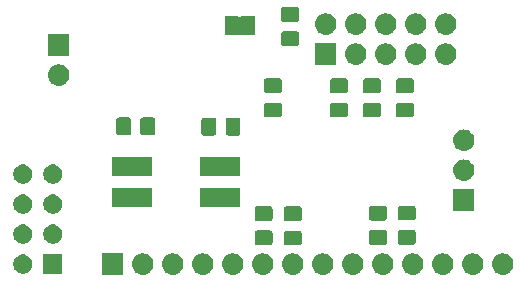
<source format=gbr>
G04 #@! TF.GenerationSoftware,KiCad,Pcbnew,5.1.2-f72e74a~84~ubuntu18.04.1*
G04 #@! TF.CreationDate,2019-07-06T11:59:09+02:00*
G04 #@! TF.ProjectId,loponode,6c6f706f-6e6f-4646-952e-6b696361645f,rev?*
G04 #@! TF.SameCoordinates,Original*
G04 #@! TF.FileFunction,Soldermask,Bot*
G04 #@! TF.FilePolarity,Negative*
%FSLAX46Y46*%
G04 Gerber Fmt 4.6, Leading zero omitted, Abs format (unit mm)*
G04 Created by KiCad (PCBNEW 5.1.2-f72e74a~84~ubuntu18.04.1) date 2019-07-06 11:59:09*
%MOMM*%
%LPD*%
G04 APERTURE LIST*
%ADD10C,0.100000*%
G04 APERTURE END LIST*
D10*
G36*
X122821000Y-145681000D02*
G01*
X121019000Y-145681000D01*
X121019000Y-143879000D01*
X122821000Y-143879000D01*
X122821000Y-145681000D01*
X122821000Y-145681000D01*
G37*
G36*
X152510443Y-143885519D02*
G01*
X152576627Y-143892037D01*
X152746466Y-143943557D01*
X152902991Y-144027222D01*
X152938729Y-144056552D01*
X153040186Y-144139814D01*
X153123448Y-144241271D01*
X153152778Y-144277009D01*
X153236443Y-144433534D01*
X153287963Y-144603373D01*
X153305359Y-144780000D01*
X153287963Y-144956627D01*
X153236443Y-145126466D01*
X153152778Y-145282991D01*
X153140251Y-145298255D01*
X153040186Y-145420186D01*
X152942357Y-145500471D01*
X152902991Y-145532778D01*
X152746466Y-145616443D01*
X152576627Y-145667963D01*
X152510443Y-145674481D01*
X152444260Y-145681000D01*
X152355740Y-145681000D01*
X152289557Y-145674481D01*
X152223373Y-145667963D01*
X152053534Y-145616443D01*
X151897009Y-145532778D01*
X151857643Y-145500471D01*
X151759814Y-145420186D01*
X151659749Y-145298255D01*
X151647222Y-145282991D01*
X151563557Y-145126466D01*
X151512037Y-144956627D01*
X151494641Y-144780000D01*
X151512037Y-144603373D01*
X151563557Y-144433534D01*
X151647222Y-144277009D01*
X151676552Y-144241271D01*
X151759814Y-144139814D01*
X151861271Y-144056552D01*
X151897009Y-144027222D01*
X152053534Y-143943557D01*
X152223373Y-143892037D01*
X152289557Y-143885519D01*
X152355740Y-143879000D01*
X152444260Y-143879000D01*
X152510443Y-143885519D01*
X152510443Y-143885519D01*
G37*
G36*
X155050443Y-143885519D02*
G01*
X155116627Y-143892037D01*
X155286466Y-143943557D01*
X155442991Y-144027222D01*
X155478729Y-144056552D01*
X155580186Y-144139814D01*
X155663448Y-144241271D01*
X155692778Y-144277009D01*
X155776443Y-144433534D01*
X155827963Y-144603373D01*
X155845359Y-144780000D01*
X155827963Y-144956627D01*
X155776443Y-145126466D01*
X155692778Y-145282991D01*
X155680251Y-145298255D01*
X155580186Y-145420186D01*
X155482357Y-145500471D01*
X155442991Y-145532778D01*
X155286466Y-145616443D01*
X155116627Y-145667963D01*
X155050443Y-145674481D01*
X154984260Y-145681000D01*
X154895740Y-145681000D01*
X154829557Y-145674481D01*
X154763373Y-145667963D01*
X154593534Y-145616443D01*
X154437009Y-145532778D01*
X154397643Y-145500471D01*
X154299814Y-145420186D01*
X154199749Y-145298255D01*
X154187222Y-145282991D01*
X154103557Y-145126466D01*
X154052037Y-144956627D01*
X154034641Y-144780000D01*
X154052037Y-144603373D01*
X154103557Y-144433534D01*
X154187222Y-144277009D01*
X154216552Y-144241271D01*
X154299814Y-144139814D01*
X154401271Y-144056552D01*
X154437009Y-144027222D01*
X154593534Y-143943557D01*
X154763373Y-143892037D01*
X154829557Y-143885519D01*
X154895740Y-143879000D01*
X154984260Y-143879000D01*
X155050443Y-143885519D01*
X155050443Y-143885519D01*
G37*
G36*
X149970443Y-143885519D02*
G01*
X150036627Y-143892037D01*
X150206466Y-143943557D01*
X150362991Y-144027222D01*
X150398729Y-144056552D01*
X150500186Y-144139814D01*
X150583448Y-144241271D01*
X150612778Y-144277009D01*
X150696443Y-144433534D01*
X150747963Y-144603373D01*
X150765359Y-144780000D01*
X150747963Y-144956627D01*
X150696443Y-145126466D01*
X150612778Y-145282991D01*
X150600251Y-145298255D01*
X150500186Y-145420186D01*
X150402357Y-145500471D01*
X150362991Y-145532778D01*
X150206466Y-145616443D01*
X150036627Y-145667963D01*
X149970443Y-145674481D01*
X149904260Y-145681000D01*
X149815740Y-145681000D01*
X149749557Y-145674481D01*
X149683373Y-145667963D01*
X149513534Y-145616443D01*
X149357009Y-145532778D01*
X149317643Y-145500471D01*
X149219814Y-145420186D01*
X149119749Y-145298255D01*
X149107222Y-145282991D01*
X149023557Y-145126466D01*
X148972037Y-144956627D01*
X148954641Y-144780000D01*
X148972037Y-144603373D01*
X149023557Y-144433534D01*
X149107222Y-144277009D01*
X149136552Y-144241271D01*
X149219814Y-144139814D01*
X149321271Y-144056552D01*
X149357009Y-144027222D01*
X149513534Y-143943557D01*
X149683373Y-143892037D01*
X149749557Y-143885519D01*
X149815740Y-143879000D01*
X149904260Y-143879000D01*
X149970443Y-143885519D01*
X149970443Y-143885519D01*
G37*
G36*
X147430443Y-143885519D02*
G01*
X147496627Y-143892037D01*
X147666466Y-143943557D01*
X147822991Y-144027222D01*
X147858729Y-144056552D01*
X147960186Y-144139814D01*
X148043448Y-144241271D01*
X148072778Y-144277009D01*
X148156443Y-144433534D01*
X148207963Y-144603373D01*
X148225359Y-144780000D01*
X148207963Y-144956627D01*
X148156443Y-145126466D01*
X148072778Y-145282991D01*
X148060251Y-145298255D01*
X147960186Y-145420186D01*
X147862357Y-145500471D01*
X147822991Y-145532778D01*
X147666466Y-145616443D01*
X147496627Y-145667963D01*
X147430443Y-145674481D01*
X147364260Y-145681000D01*
X147275740Y-145681000D01*
X147209557Y-145674481D01*
X147143373Y-145667963D01*
X146973534Y-145616443D01*
X146817009Y-145532778D01*
X146777643Y-145500471D01*
X146679814Y-145420186D01*
X146579749Y-145298255D01*
X146567222Y-145282991D01*
X146483557Y-145126466D01*
X146432037Y-144956627D01*
X146414641Y-144780000D01*
X146432037Y-144603373D01*
X146483557Y-144433534D01*
X146567222Y-144277009D01*
X146596552Y-144241271D01*
X146679814Y-144139814D01*
X146781271Y-144056552D01*
X146817009Y-144027222D01*
X146973534Y-143943557D01*
X147143373Y-143892037D01*
X147209557Y-143885519D01*
X147275740Y-143879000D01*
X147364260Y-143879000D01*
X147430443Y-143885519D01*
X147430443Y-143885519D01*
G37*
G36*
X144890443Y-143885519D02*
G01*
X144956627Y-143892037D01*
X145126466Y-143943557D01*
X145282991Y-144027222D01*
X145318729Y-144056552D01*
X145420186Y-144139814D01*
X145503448Y-144241271D01*
X145532778Y-144277009D01*
X145616443Y-144433534D01*
X145667963Y-144603373D01*
X145685359Y-144780000D01*
X145667963Y-144956627D01*
X145616443Y-145126466D01*
X145532778Y-145282991D01*
X145520251Y-145298255D01*
X145420186Y-145420186D01*
X145322357Y-145500471D01*
X145282991Y-145532778D01*
X145126466Y-145616443D01*
X144956627Y-145667963D01*
X144890443Y-145674481D01*
X144824260Y-145681000D01*
X144735740Y-145681000D01*
X144669557Y-145674481D01*
X144603373Y-145667963D01*
X144433534Y-145616443D01*
X144277009Y-145532778D01*
X144237643Y-145500471D01*
X144139814Y-145420186D01*
X144039749Y-145298255D01*
X144027222Y-145282991D01*
X143943557Y-145126466D01*
X143892037Y-144956627D01*
X143874641Y-144780000D01*
X143892037Y-144603373D01*
X143943557Y-144433534D01*
X144027222Y-144277009D01*
X144056552Y-144241271D01*
X144139814Y-144139814D01*
X144241271Y-144056552D01*
X144277009Y-144027222D01*
X144433534Y-143943557D01*
X144603373Y-143892037D01*
X144669557Y-143885519D01*
X144735740Y-143879000D01*
X144824260Y-143879000D01*
X144890443Y-143885519D01*
X144890443Y-143885519D01*
G37*
G36*
X142350443Y-143885519D02*
G01*
X142416627Y-143892037D01*
X142586466Y-143943557D01*
X142742991Y-144027222D01*
X142778729Y-144056552D01*
X142880186Y-144139814D01*
X142963448Y-144241271D01*
X142992778Y-144277009D01*
X143076443Y-144433534D01*
X143127963Y-144603373D01*
X143145359Y-144780000D01*
X143127963Y-144956627D01*
X143076443Y-145126466D01*
X142992778Y-145282991D01*
X142980251Y-145298255D01*
X142880186Y-145420186D01*
X142782357Y-145500471D01*
X142742991Y-145532778D01*
X142586466Y-145616443D01*
X142416627Y-145667963D01*
X142350443Y-145674481D01*
X142284260Y-145681000D01*
X142195740Y-145681000D01*
X142129557Y-145674481D01*
X142063373Y-145667963D01*
X141893534Y-145616443D01*
X141737009Y-145532778D01*
X141697643Y-145500471D01*
X141599814Y-145420186D01*
X141499749Y-145298255D01*
X141487222Y-145282991D01*
X141403557Y-145126466D01*
X141352037Y-144956627D01*
X141334641Y-144780000D01*
X141352037Y-144603373D01*
X141403557Y-144433534D01*
X141487222Y-144277009D01*
X141516552Y-144241271D01*
X141599814Y-144139814D01*
X141701271Y-144056552D01*
X141737009Y-144027222D01*
X141893534Y-143943557D01*
X142063373Y-143892037D01*
X142129557Y-143885519D01*
X142195740Y-143879000D01*
X142284260Y-143879000D01*
X142350443Y-143885519D01*
X142350443Y-143885519D01*
G37*
G36*
X139810443Y-143885519D02*
G01*
X139876627Y-143892037D01*
X140046466Y-143943557D01*
X140202991Y-144027222D01*
X140238729Y-144056552D01*
X140340186Y-144139814D01*
X140423448Y-144241271D01*
X140452778Y-144277009D01*
X140536443Y-144433534D01*
X140587963Y-144603373D01*
X140605359Y-144780000D01*
X140587963Y-144956627D01*
X140536443Y-145126466D01*
X140452778Y-145282991D01*
X140440251Y-145298255D01*
X140340186Y-145420186D01*
X140242357Y-145500471D01*
X140202991Y-145532778D01*
X140046466Y-145616443D01*
X139876627Y-145667963D01*
X139810443Y-145674481D01*
X139744260Y-145681000D01*
X139655740Y-145681000D01*
X139589557Y-145674481D01*
X139523373Y-145667963D01*
X139353534Y-145616443D01*
X139197009Y-145532778D01*
X139157643Y-145500471D01*
X139059814Y-145420186D01*
X138959749Y-145298255D01*
X138947222Y-145282991D01*
X138863557Y-145126466D01*
X138812037Y-144956627D01*
X138794641Y-144780000D01*
X138812037Y-144603373D01*
X138863557Y-144433534D01*
X138947222Y-144277009D01*
X138976552Y-144241271D01*
X139059814Y-144139814D01*
X139161271Y-144056552D01*
X139197009Y-144027222D01*
X139353534Y-143943557D01*
X139523373Y-143892037D01*
X139589557Y-143885519D01*
X139655740Y-143879000D01*
X139744260Y-143879000D01*
X139810443Y-143885519D01*
X139810443Y-143885519D01*
G37*
G36*
X134730443Y-143885519D02*
G01*
X134796627Y-143892037D01*
X134966466Y-143943557D01*
X135122991Y-144027222D01*
X135158729Y-144056552D01*
X135260186Y-144139814D01*
X135343448Y-144241271D01*
X135372778Y-144277009D01*
X135456443Y-144433534D01*
X135507963Y-144603373D01*
X135525359Y-144780000D01*
X135507963Y-144956627D01*
X135456443Y-145126466D01*
X135372778Y-145282991D01*
X135360251Y-145298255D01*
X135260186Y-145420186D01*
X135162357Y-145500471D01*
X135122991Y-145532778D01*
X134966466Y-145616443D01*
X134796627Y-145667963D01*
X134730443Y-145674481D01*
X134664260Y-145681000D01*
X134575740Y-145681000D01*
X134509557Y-145674481D01*
X134443373Y-145667963D01*
X134273534Y-145616443D01*
X134117009Y-145532778D01*
X134077643Y-145500471D01*
X133979814Y-145420186D01*
X133879749Y-145298255D01*
X133867222Y-145282991D01*
X133783557Y-145126466D01*
X133732037Y-144956627D01*
X133714641Y-144780000D01*
X133732037Y-144603373D01*
X133783557Y-144433534D01*
X133867222Y-144277009D01*
X133896552Y-144241271D01*
X133979814Y-144139814D01*
X134081271Y-144056552D01*
X134117009Y-144027222D01*
X134273534Y-143943557D01*
X134443373Y-143892037D01*
X134509557Y-143885519D01*
X134575740Y-143879000D01*
X134664260Y-143879000D01*
X134730443Y-143885519D01*
X134730443Y-143885519D01*
G37*
G36*
X132190443Y-143885519D02*
G01*
X132256627Y-143892037D01*
X132426466Y-143943557D01*
X132582991Y-144027222D01*
X132618729Y-144056552D01*
X132720186Y-144139814D01*
X132803448Y-144241271D01*
X132832778Y-144277009D01*
X132916443Y-144433534D01*
X132967963Y-144603373D01*
X132985359Y-144780000D01*
X132967963Y-144956627D01*
X132916443Y-145126466D01*
X132832778Y-145282991D01*
X132820251Y-145298255D01*
X132720186Y-145420186D01*
X132622357Y-145500471D01*
X132582991Y-145532778D01*
X132426466Y-145616443D01*
X132256627Y-145667963D01*
X132190443Y-145674481D01*
X132124260Y-145681000D01*
X132035740Y-145681000D01*
X131969557Y-145674481D01*
X131903373Y-145667963D01*
X131733534Y-145616443D01*
X131577009Y-145532778D01*
X131537643Y-145500471D01*
X131439814Y-145420186D01*
X131339749Y-145298255D01*
X131327222Y-145282991D01*
X131243557Y-145126466D01*
X131192037Y-144956627D01*
X131174641Y-144780000D01*
X131192037Y-144603373D01*
X131243557Y-144433534D01*
X131327222Y-144277009D01*
X131356552Y-144241271D01*
X131439814Y-144139814D01*
X131541271Y-144056552D01*
X131577009Y-144027222D01*
X131733534Y-143943557D01*
X131903373Y-143892037D01*
X131969557Y-143885519D01*
X132035740Y-143879000D01*
X132124260Y-143879000D01*
X132190443Y-143885519D01*
X132190443Y-143885519D01*
G37*
G36*
X129650443Y-143885519D02*
G01*
X129716627Y-143892037D01*
X129886466Y-143943557D01*
X130042991Y-144027222D01*
X130078729Y-144056552D01*
X130180186Y-144139814D01*
X130263448Y-144241271D01*
X130292778Y-144277009D01*
X130376443Y-144433534D01*
X130427963Y-144603373D01*
X130445359Y-144780000D01*
X130427963Y-144956627D01*
X130376443Y-145126466D01*
X130292778Y-145282991D01*
X130280251Y-145298255D01*
X130180186Y-145420186D01*
X130082357Y-145500471D01*
X130042991Y-145532778D01*
X129886466Y-145616443D01*
X129716627Y-145667963D01*
X129650443Y-145674481D01*
X129584260Y-145681000D01*
X129495740Y-145681000D01*
X129429557Y-145674481D01*
X129363373Y-145667963D01*
X129193534Y-145616443D01*
X129037009Y-145532778D01*
X128997643Y-145500471D01*
X128899814Y-145420186D01*
X128799749Y-145298255D01*
X128787222Y-145282991D01*
X128703557Y-145126466D01*
X128652037Y-144956627D01*
X128634641Y-144780000D01*
X128652037Y-144603373D01*
X128703557Y-144433534D01*
X128787222Y-144277009D01*
X128816552Y-144241271D01*
X128899814Y-144139814D01*
X129001271Y-144056552D01*
X129037009Y-144027222D01*
X129193534Y-143943557D01*
X129363373Y-143892037D01*
X129429557Y-143885519D01*
X129495740Y-143879000D01*
X129584260Y-143879000D01*
X129650443Y-143885519D01*
X129650443Y-143885519D01*
G37*
G36*
X127110443Y-143885519D02*
G01*
X127176627Y-143892037D01*
X127346466Y-143943557D01*
X127502991Y-144027222D01*
X127538729Y-144056552D01*
X127640186Y-144139814D01*
X127723448Y-144241271D01*
X127752778Y-144277009D01*
X127836443Y-144433534D01*
X127887963Y-144603373D01*
X127905359Y-144780000D01*
X127887963Y-144956627D01*
X127836443Y-145126466D01*
X127752778Y-145282991D01*
X127740251Y-145298255D01*
X127640186Y-145420186D01*
X127542357Y-145500471D01*
X127502991Y-145532778D01*
X127346466Y-145616443D01*
X127176627Y-145667963D01*
X127110443Y-145674481D01*
X127044260Y-145681000D01*
X126955740Y-145681000D01*
X126889557Y-145674481D01*
X126823373Y-145667963D01*
X126653534Y-145616443D01*
X126497009Y-145532778D01*
X126457643Y-145500471D01*
X126359814Y-145420186D01*
X126259749Y-145298255D01*
X126247222Y-145282991D01*
X126163557Y-145126466D01*
X126112037Y-144956627D01*
X126094641Y-144780000D01*
X126112037Y-144603373D01*
X126163557Y-144433534D01*
X126247222Y-144277009D01*
X126276552Y-144241271D01*
X126359814Y-144139814D01*
X126461271Y-144056552D01*
X126497009Y-144027222D01*
X126653534Y-143943557D01*
X126823373Y-143892037D01*
X126889557Y-143885519D01*
X126955740Y-143879000D01*
X127044260Y-143879000D01*
X127110443Y-143885519D01*
X127110443Y-143885519D01*
G37*
G36*
X124570443Y-143885519D02*
G01*
X124636627Y-143892037D01*
X124806466Y-143943557D01*
X124962991Y-144027222D01*
X124998729Y-144056552D01*
X125100186Y-144139814D01*
X125183448Y-144241271D01*
X125212778Y-144277009D01*
X125296443Y-144433534D01*
X125347963Y-144603373D01*
X125365359Y-144780000D01*
X125347963Y-144956627D01*
X125296443Y-145126466D01*
X125212778Y-145282991D01*
X125200251Y-145298255D01*
X125100186Y-145420186D01*
X125002357Y-145500471D01*
X124962991Y-145532778D01*
X124806466Y-145616443D01*
X124636627Y-145667963D01*
X124570443Y-145674481D01*
X124504260Y-145681000D01*
X124415740Y-145681000D01*
X124349557Y-145674481D01*
X124283373Y-145667963D01*
X124113534Y-145616443D01*
X123957009Y-145532778D01*
X123917643Y-145500471D01*
X123819814Y-145420186D01*
X123719749Y-145298255D01*
X123707222Y-145282991D01*
X123623557Y-145126466D01*
X123572037Y-144956627D01*
X123554641Y-144780000D01*
X123572037Y-144603373D01*
X123623557Y-144433534D01*
X123707222Y-144277009D01*
X123736552Y-144241271D01*
X123819814Y-144139814D01*
X123921271Y-144056552D01*
X123957009Y-144027222D01*
X124113534Y-143943557D01*
X124283373Y-143892037D01*
X124349557Y-143885519D01*
X124415740Y-143879000D01*
X124504260Y-143879000D01*
X124570443Y-143885519D01*
X124570443Y-143885519D01*
G37*
G36*
X137270443Y-143885519D02*
G01*
X137336627Y-143892037D01*
X137506466Y-143943557D01*
X137662991Y-144027222D01*
X137698729Y-144056552D01*
X137800186Y-144139814D01*
X137883448Y-144241271D01*
X137912778Y-144277009D01*
X137996443Y-144433534D01*
X138047963Y-144603373D01*
X138065359Y-144780000D01*
X138047963Y-144956627D01*
X137996443Y-145126466D01*
X137912778Y-145282991D01*
X137900251Y-145298255D01*
X137800186Y-145420186D01*
X137702357Y-145500471D01*
X137662991Y-145532778D01*
X137506466Y-145616443D01*
X137336627Y-145667963D01*
X137270443Y-145674481D01*
X137204260Y-145681000D01*
X137115740Y-145681000D01*
X137049557Y-145674481D01*
X136983373Y-145667963D01*
X136813534Y-145616443D01*
X136657009Y-145532778D01*
X136617643Y-145500471D01*
X136519814Y-145420186D01*
X136419749Y-145298255D01*
X136407222Y-145282991D01*
X136323557Y-145126466D01*
X136272037Y-144956627D01*
X136254641Y-144780000D01*
X136272037Y-144603373D01*
X136323557Y-144433534D01*
X136407222Y-144277009D01*
X136436552Y-144241271D01*
X136519814Y-144139814D01*
X136621271Y-144056552D01*
X136657009Y-144027222D01*
X136813534Y-143943557D01*
X136983373Y-143892037D01*
X137049557Y-143885519D01*
X137115740Y-143879000D01*
X137204260Y-143879000D01*
X137270443Y-143885519D01*
X137270443Y-143885519D01*
G37*
G36*
X114537142Y-143998242D02*
G01*
X114685101Y-144059529D01*
X114818255Y-144148499D01*
X114931501Y-144261745D01*
X115020471Y-144394899D01*
X115081758Y-144542858D01*
X115113000Y-144699925D01*
X115113000Y-144860075D01*
X115081758Y-145017142D01*
X115020471Y-145165101D01*
X114931501Y-145298255D01*
X114818255Y-145411501D01*
X114685101Y-145500471D01*
X114537142Y-145561758D01*
X114380075Y-145593000D01*
X114219925Y-145593000D01*
X114062858Y-145561758D01*
X113914899Y-145500471D01*
X113781745Y-145411501D01*
X113668499Y-145298255D01*
X113579529Y-145165101D01*
X113518242Y-145017142D01*
X113487000Y-144860075D01*
X113487000Y-144699925D01*
X113518242Y-144542858D01*
X113579529Y-144394899D01*
X113668499Y-144261745D01*
X113781745Y-144148499D01*
X113914899Y-144059529D01*
X114062858Y-143998242D01*
X114219925Y-143967000D01*
X114380075Y-143967000D01*
X114537142Y-143998242D01*
X114537142Y-143998242D01*
G37*
G36*
X117653000Y-145593000D02*
G01*
X116027000Y-145593000D01*
X116027000Y-143967000D01*
X117653000Y-143967000D01*
X117653000Y-145593000D01*
X117653000Y-145593000D01*
G37*
G36*
X137748674Y-141957665D02*
G01*
X137786367Y-141969099D01*
X137821103Y-141987666D01*
X137851548Y-142012652D01*
X137876534Y-142043097D01*
X137895101Y-142077833D01*
X137906535Y-142115526D01*
X137911000Y-142160861D01*
X137911000Y-142997539D01*
X137906535Y-143042874D01*
X137895101Y-143080567D01*
X137876534Y-143115303D01*
X137851548Y-143145748D01*
X137821103Y-143170734D01*
X137786367Y-143189301D01*
X137748674Y-143200735D01*
X137703339Y-143205200D01*
X136616661Y-143205200D01*
X136571326Y-143200735D01*
X136533633Y-143189301D01*
X136498897Y-143170734D01*
X136468452Y-143145748D01*
X136443466Y-143115303D01*
X136424899Y-143080567D01*
X136413465Y-143042874D01*
X136409000Y-142997539D01*
X136409000Y-142160861D01*
X136413465Y-142115526D01*
X136424899Y-142077833D01*
X136443466Y-142043097D01*
X136468452Y-142012652D01*
X136498897Y-141987666D01*
X136533633Y-141969099D01*
X136571326Y-141957665D01*
X136616661Y-141953200D01*
X137703339Y-141953200D01*
X137748674Y-141957665D01*
X137748674Y-141957665D01*
G37*
G36*
X135284874Y-141941265D02*
G01*
X135322567Y-141952699D01*
X135357303Y-141971266D01*
X135387748Y-141996252D01*
X135412734Y-142026697D01*
X135431301Y-142061433D01*
X135442735Y-142099126D01*
X135447200Y-142144461D01*
X135447200Y-142981139D01*
X135442735Y-143026474D01*
X135431301Y-143064167D01*
X135412734Y-143098903D01*
X135387748Y-143129348D01*
X135357303Y-143154334D01*
X135322567Y-143172901D01*
X135284874Y-143184335D01*
X135239539Y-143188800D01*
X134152861Y-143188800D01*
X134107526Y-143184335D01*
X134069833Y-143172901D01*
X134035097Y-143154334D01*
X134004652Y-143129348D01*
X133979666Y-143098903D01*
X133961099Y-143064167D01*
X133949665Y-143026474D01*
X133945200Y-142981139D01*
X133945200Y-142144461D01*
X133949665Y-142099126D01*
X133961099Y-142061433D01*
X133979666Y-142026697D01*
X134004652Y-141996252D01*
X134035097Y-141971266D01*
X134069833Y-141952699D01*
X134107526Y-141941265D01*
X134152861Y-141936800D01*
X135239539Y-141936800D01*
X135284874Y-141941265D01*
X135284874Y-141941265D01*
G37*
G36*
X144962274Y-141897865D02*
G01*
X144999967Y-141909299D01*
X145034703Y-141927866D01*
X145065148Y-141952852D01*
X145090134Y-141983297D01*
X145108701Y-142018033D01*
X145120135Y-142055726D01*
X145124600Y-142101061D01*
X145124600Y-142937739D01*
X145120135Y-142983074D01*
X145108701Y-143020767D01*
X145090134Y-143055503D01*
X145065148Y-143085948D01*
X145034703Y-143110934D01*
X144999967Y-143129501D01*
X144962274Y-143140935D01*
X144916939Y-143145400D01*
X143830261Y-143145400D01*
X143784926Y-143140935D01*
X143747233Y-143129501D01*
X143712497Y-143110934D01*
X143682052Y-143085948D01*
X143657066Y-143055503D01*
X143638499Y-143020767D01*
X143627065Y-142983074D01*
X143622600Y-142937739D01*
X143622600Y-142101061D01*
X143627065Y-142055726D01*
X143638499Y-142018033D01*
X143657066Y-141983297D01*
X143682052Y-141952852D01*
X143712497Y-141927866D01*
X143747233Y-141909299D01*
X143784926Y-141897865D01*
X143830261Y-141893400D01*
X144916939Y-141893400D01*
X144962274Y-141897865D01*
X144962274Y-141897865D01*
G37*
G36*
X147400674Y-141890465D02*
G01*
X147438367Y-141901899D01*
X147473103Y-141920466D01*
X147503548Y-141945452D01*
X147528534Y-141975897D01*
X147547101Y-142010633D01*
X147558535Y-142048326D01*
X147563000Y-142093661D01*
X147563000Y-142930339D01*
X147558535Y-142975674D01*
X147547101Y-143013367D01*
X147528534Y-143048103D01*
X147503548Y-143078548D01*
X147473103Y-143103534D01*
X147438367Y-143122101D01*
X147400674Y-143133535D01*
X147355339Y-143138000D01*
X146268661Y-143138000D01*
X146223326Y-143133535D01*
X146185633Y-143122101D01*
X146150897Y-143103534D01*
X146120452Y-143078548D01*
X146095466Y-143048103D01*
X146076899Y-143013367D01*
X146065465Y-142975674D01*
X146061000Y-142930339D01*
X146061000Y-142093661D01*
X146065465Y-142048326D01*
X146076899Y-142010633D01*
X146095466Y-141975897D01*
X146120452Y-141945452D01*
X146150897Y-141920466D01*
X146185633Y-141901899D01*
X146223326Y-141890465D01*
X146268661Y-141886000D01*
X147355339Y-141886000D01*
X147400674Y-141890465D01*
X147400674Y-141890465D01*
G37*
G36*
X117077142Y-141458242D02*
G01*
X117225101Y-141519529D01*
X117358255Y-141608499D01*
X117471501Y-141721745D01*
X117560471Y-141854899D01*
X117621758Y-142002858D01*
X117653000Y-142159925D01*
X117653000Y-142320075D01*
X117621758Y-142477142D01*
X117560471Y-142625101D01*
X117471501Y-142758255D01*
X117358255Y-142871501D01*
X117225101Y-142960471D01*
X117077142Y-143021758D01*
X116920075Y-143053000D01*
X116759925Y-143053000D01*
X116602858Y-143021758D01*
X116454899Y-142960471D01*
X116321745Y-142871501D01*
X116208499Y-142758255D01*
X116119529Y-142625101D01*
X116058242Y-142477142D01*
X116027000Y-142320075D01*
X116027000Y-142159925D01*
X116058242Y-142002858D01*
X116119529Y-141854899D01*
X116208499Y-141721745D01*
X116321745Y-141608499D01*
X116454899Y-141519529D01*
X116602858Y-141458242D01*
X116759925Y-141427000D01*
X116920075Y-141427000D01*
X117077142Y-141458242D01*
X117077142Y-141458242D01*
G37*
G36*
X114537142Y-141458242D02*
G01*
X114685101Y-141519529D01*
X114818255Y-141608499D01*
X114931501Y-141721745D01*
X115020471Y-141854899D01*
X115081758Y-142002858D01*
X115113000Y-142159925D01*
X115113000Y-142320075D01*
X115081758Y-142477142D01*
X115020471Y-142625101D01*
X114931501Y-142758255D01*
X114818255Y-142871501D01*
X114685101Y-142960471D01*
X114537142Y-143021758D01*
X114380075Y-143053000D01*
X114219925Y-143053000D01*
X114062858Y-143021758D01*
X113914899Y-142960471D01*
X113781745Y-142871501D01*
X113668499Y-142758255D01*
X113579529Y-142625101D01*
X113518242Y-142477142D01*
X113487000Y-142320075D01*
X113487000Y-142159925D01*
X113518242Y-142002858D01*
X113579529Y-141854899D01*
X113668499Y-141721745D01*
X113781745Y-141608499D01*
X113914899Y-141519529D01*
X114062858Y-141458242D01*
X114219925Y-141427000D01*
X114380075Y-141427000D01*
X114537142Y-141458242D01*
X114537142Y-141458242D01*
G37*
G36*
X137748674Y-139907665D02*
G01*
X137786367Y-139919099D01*
X137821103Y-139937666D01*
X137851548Y-139962652D01*
X137876534Y-139993097D01*
X137895101Y-140027833D01*
X137906535Y-140065526D01*
X137911000Y-140110861D01*
X137911000Y-140947539D01*
X137906535Y-140992874D01*
X137895101Y-141030567D01*
X137876534Y-141065303D01*
X137851548Y-141095748D01*
X137821103Y-141120734D01*
X137786367Y-141139301D01*
X137748674Y-141150735D01*
X137703339Y-141155200D01*
X136616661Y-141155200D01*
X136571326Y-141150735D01*
X136533633Y-141139301D01*
X136498897Y-141120734D01*
X136468452Y-141095748D01*
X136443466Y-141065303D01*
X136424899Y-141030567D01*
X136413465Y-140992874D01*
X136409000Y-140947539D01*
X136409000Y-140110861D01*
X136413465Y-140065526D01*
X136424899Y-140027833D01*
X136443466Y-139993097D01*
X136468452Y-139962652D01*
X136498897Y-139937666D01*
X136533633Y-139919099D01*
X136571326Y-139907665D01*
X136616661Y-139903200D01*
X137703339Y-139903200D01*
X137748674Y-139907665D01*
X137748674Y-139907665D01*
G37*
G36*
X135284874Y-139891265D02*
G01*
X135322567Y-139902699D01*
X135357303Y-139921266D01*
X135387748Y-139946252D01*
X135412734Y-139976697D01*
X135431301Y-140011433D01*
X135442735Y-140049126D01*
X135447200Y-140094461D01*
X135447200Y-140931139D01*
X135442735Y-140976474D01*
X135431301Y-141014167D01*
X135412734Y-141048903D01*
X135387748Y-141079348D01*
X135357303Y-141104334D01*
X135322567Y-141122901D01*
X135284874Y-141134335D01*
X135239539Y-141138800D01*
X134152861Y-141138800D01*
X134107526Y-141134335D01*
X134069833Y-141122901D01*
X134035097Y-141104334D01*
X134004652Y-141079348D01*
X133979666Y-141048903D01*
X133961099Y-141014167D01*
X133949665Y-140976474D01*
X133945200Y-140931139D01*
X133945200Y-140094461D01*
X133949665Y-140049126D01*
X133961099Y-140011433D01*
X133979666Y-139976697D01*
X134004652Y-139946252D01*
X134035097Y-139921266D01*
X134069833Y-139902699D01*
X134107526Y-139891265D01*
X134152861Y-139886800D01*
X135239539Y-139886800D01*
X135284874Y-139891265D01*
X135284874Y-139891265D01*
G37*
G36*
X144962274Y-139847865D02*
G01*
X144999967Y-139859299D01*
X145034703Y-139877866D01*
X145065148Y-139902852D01*
X145090134Y-139933297D01*
X145108701Y-139968033D01*
X145120135Y-140005726D01*
X145124600Y-140051061D01*
X145124600Y-140887739D01*
X145120135Y-140933074D01*
X145108701Y-140970767D01*
X145090134Y-141005503D01*
X145065148Y-141035948D01*
X145034703Y-141060934D01*
X144999967Y-141079501D01*
X144962274Y-141090935D01*
X144916939Y-141095400D01*
X143830261Y-141095400D01*
X143784926Y-141090935D01*
X143747233Y-141079501D01*
X143712497Y-141060934D01*
X143682052Y-141035948D01*
X143657066Y-141005503D01*
X143638499Y-140970767D01*
X143627065Y-140933074D01*
X143622600Y-140887739D01*
X143622600Y-140051061D01*
X143627065Y-140005726D01*
X143638499Y-139968033D01*
X143657066Y-139933297D01*
X143682052Y-139902852D01*
X143712497Y-139877866D01*
X143747233Y-139859299D01*
X143784926Y-139847865D01*
X143830261Y-139843400D01*
X144916939Y-139843400D01*
X144962274Y-139847865D01*
X144962274Y-139847865D01*
G37*
G36*
X147400674Y-139840465D02*
G01*
X147438367Y-139851899D01*
X147473103Y-139870466D01*
X147503548Y-139895452D01*
X147528534Y-139925897D01*
X147547101Y-139960633D01*
X147558535Y-139998326D01*
X147563000Y-140043661D01*
X147563000Y-140880339D01*
X147558535Y-140925674D01*
X147547101Y-140963367D01*
X147528534Y-140998103D01*
X147503548Y-141028548D01*
X147473103Y-141053534D01*
X147438367Y-141072101D01*
X147400674Y-141083535D01*
X147355339Y-141088000D01*
X146268661Y-141088000D01*
X146223326Y-141083535D01*
X146185633Y-141072101D01*
X146150897Y-141053534D01*
X146120452Y-141028548D01*
X146095466Y-140998103D01*
X146076899Y-140963367D01*
X146065465Y-140925674D01*
X146061000Y-140880339D01*
X146061000Y-140043661D01*
X146065465Y-139998326D01*
X146076899Y-139960633D01*
X146095466Y-139925897D01*
X146120452Y-139895452D01*
X146150897Y-139870466D01*
X146185633Y-139851899D01*
X146223326Y-139840465D01*
X146268661Y-139836000D01*
X147355339Y-139836000D01*
X147400674Y-139840465D01*
X147400674Y-139840465D01*
G37*
G36*
X117077142Y-138918242D02*
G01*
X117225101Y-138979529D01*
X117358255Y-139068499D01*
X117471501Y-139181745D01*
X117560471Y-139314899D01*
X117621758Y-139462858D01*
X117653000Y-139619925D01*
X117653000Y-139780075D01*
X117621758Y-139937142D01*
X117560471Y-140085101D01*
X117471501Y-140218255D01*
X117358255Y-140331501D01*
X117225101Y-140420471D01*
X117077142Y-140481758D01*
X116920075Y-140513000D01*
X116759925Y-140513000D01*
X116602858Y-140481758D01*
X116454899Y-140420471D01*
X116321745Y-140331501D01*
X116208499Y-140218255D01*
X116119529Y-140085101D01*
X116058242Y-139937142D01*
X116027000Y-139780075D01*
X116027000Y-139619925D01*
X116058242Y-139462858D01*
X116119529Y-139314899D01*
X116208499Y-139181745D01*
X116321745Y-139068499D01*
X116454899Y-138979529D01*
X116602858Y-138918242D01*
X116759925Y-138887000D01*
X116920075Y-138887000D01*
X117077142Y-138918242D01*
X117077142Y-138918242D01*
G37*
G36*
X114537142Y-138918242D02*
G01*
X114685101Y-138979529D01*
X114818255Y-139068499D01*
X114931501Y-139181745D01*
X115020471Y-139314899D01*
X115081758Y-139462858D01*
X115113000Y-139619925D01*
X115113000Y-139780075D01*
X115081758Y-139937142D01*
X115020471Y-140085101D01*
X114931501Y-140218255D01*
X114818255Y-140331501D01*
X114685101Y-140420471D01*
X114537142Y-140481758D01*
X114380075Y-140513000D01*
X114219925Y-140513000D01*
X114062858Y-140481758D01*
X113914899Y-140420471D01*
X113781745Y-140331501D01*
X113668499Y-140218255D01*
X113579529Y-140085101D01*
X113518242Y-139937142D01*
X113487000Y-139780075D01*
X113487000Y-139619925D01*
X113518242Y-139462858D01*
X113579529Y-139314899D01*
X113668499Y-139181745D01*
X113781745Y-139068499D01*
X113914899Y-138979529D01*
X114062858Y-138918242D01*
X114219925Y-138887000D01*
X114380075Y-138887000D01*
X114537142Y-138918242D01*
X114537142Y-138918242D01*
G37*
G36*
X152539000Y-140270800D02*
G01*
X150737000Y-140270800D01*
X150737000Y-138468800D01*
X152539000Y-138468800D01*
X152539000Y-140270800D01*
X152539000Y-140270800D01*
G37*
G36*
X132680400Y-139986800D02*
G01*
X129278400Y-139986800D01*
X129278400Y-138344800D01*
X132680400Y-138344800D01*
X132680400Y-139986800D01*
X132680400Y-139986800D01*
G37*
G36*
X125280400Y-139986800D02*
G01*
X121878400Y-139986800D01*
X121878400Y-138344800D01*
X125280400Y-138344800D01*
X125280400Y-139986800D01*
X125280400Y-139986800D01*
G37*
G36*
X117077142Y-136378242D02*
G01*
X117225101Y-136439529D01*
X117358255Y-136528499D01*
X117471501Y-136641745D01*
X117560471Y-136774899D01*
X117621758Y-136922858D01*
X117653000Y-137079925D01*
X117653000Y-137240075D01*
X117621758Y-137397142D01*
X117560471Y-137545101D01*
X117471501Y-137678255D01*
X117358255Y-137791501D01*
X117225101Y-137880471D01*
X117077142Y-137941758D01*
X116920075Y-137973000D01*
X116759925Y-137973000D01*
X116602858Y-137941758D01*
X116454899Y-137880471D01*
X116321745Y-137791501D01*
X116208499Y-137678255D01*
X116119529Y-137545101D01*
X116058242Y-137397142D01*
X116027000Y-137240075D01*
X116027000Y-137079925D01*
X116058242Y-136922858D01*
X116119529Y-136774899D01*
X116208499Y-136641745D01*
X116321745Y-136528499D01*
X116454899Y-136439529D01*
X116602858Y-136378242D01*
X116759925Y-136347000D01*
X116920075Y-136347000D01*
X117077142Y-136378242D01*
X117077142Y-136378242D01*
G37*
G36*
X114537142Y-136378242D02*
G01*
X114685101Y-136439529D01*
X114818255Y-136528499D01*
X114931501Y-136641745D01*
X115020471Y-136774899D01*
X115081758Y-136922858D01*
X115113000Y-137079925D01*
X115113000Y-137240075D01*
X115081758Y-137397142D01*
X115020471Y-137545101D01*
X114931501Y-137678255D01*
X114818255Y-137791501D01*
X114685101Y-137880471D01*
X114537142Y-137941758D01*
X114380075Y-137973000D01*
X114219925Y-137973000D01*
X114062858Y-137941758D01*
X113914899Y-137880471D01*
X113781745Y-137791501D01*
X113668499Y-137678255D01*
X113579529Y-137545101D01*
X113518242Y-137397142D01*
X113487000Y-137240075D01*
X113487000Y-137079925D01*
X113518242Y-136922858D01*
X113579529Y-136774899D01*
X113668499Y-136641745D01*
X113781745Y-136528499D01*
X113914899Y-136439529D01*
X114062858Y-136378242D01*
X114219925Y-136347000D01*
X114380075Y-136347000D01*
X114537142Y-136378242D01*
X114537142Y-136378242D01*
G37*
G36*
X151748443Y-135935319D02*
G01*
X151814627Y-135941837D01*
X151984466Y-135993357D01*
X152140991Y-136077022D01*
X152176729Y-136106352D01*
X152278186Y-136189614D01*
X152361448Y-136291071D01*
X152390778Y-136326809D01*
X152474443Y-136483334D01*
X152525963Y-136653173D01*
X152543359Y-136829800D01*
X152525963Y-137006427D01*
X152474443Y-137176266D01*
X152390778Y-137332791D01*
X152379281Y-137346800D01*
X152278186Y-137469986D01*
X152186658Y-137545100D01*
X152140991Y-137582578D01*
X151984466Y-137666243D01*
X151814627Y-137717763D01*
X151748442Y-137724282D01*
X151682260Y-137730800D01*
X151593740Y-137730800D01*
X151527558Y-137724282D01*
X151461373Y-137717763D01*
X151291534Y-137666243D01*
X151135009Y-137582578D01*
X151089342Y-137545100D01*
X150997814Y-137469986D01*
X150896719Y-137346800D01*
X150885222Y-137332791D01*
X150801557Y-137176266D01*
X150750037Y-137006427D01*
X150732641Y-136829800D01*
X150750037Y-136653173D01*
X150801557Y-136483334D01*
X150885222Y-136326809D01*
X150914552Y-136291071D01*
X150997814Y-136189614D01*
X151099271Y-136106352D01*
X151135009Y-136077022D01*
X151291534Y-135993357D01*
X151461373Y-135941837D01*
X151527557Y-135935319D01*
X151593740Y-135928800D01*
X151682260Y-135928800D01*
X151748443Y-135935319D01*
X151748443Y-135935319D01*
G37*
G36*
X132680400Y-137346800D02*
G01*
X129278400Y-137346800D01*
X129278400Y-135704800D01*
X132680400Y-135704800D01*
X132680400Y-137346800D01*
X132680400Y-137346800D01*
G37*
G36*
X125280400Y-137346800D02*
G01*
X121878400Y-137346800D01*
X121878400Y-135704800D01*
X125280400Y-135704800D01*
X125280400Y-137346800D01*
X125280400Y-137346800D01*
G37*
G36*
X151748443Y-133395319D02*
G01*
X151814627Y-133401837D01*
X151984466Y-133453357D01*
X152140991Y-133537022D01*
X152176729Y-133566352D01*
X152278186Y-133649614D01*
X152343978Y-133729783D01*
X152390778Y-133786809D01*
X152474443Y-133943334D01*
X152525963Y-134113173D01*
X152543359Y-134289800D01*
X152525963Y-134466427D01*
X152474443Y-134636266D01*
X152390778Y-134792791D01*
X152361448Y-134828529D01*
X152278186Y-134929986D01*
X152176729Y-135013248D01*
X152140991Y-135042578D01*
X151984466Y-135126243D01*
X151814627Y-135177763D01*
X151748442Y-135184282D01*
X151682260Y-135190800D01*
X151593740Y-135190800D01*
X151527558Y-135184282D01*
X151461373Y-135177763D01*
X151291534Y-135126243D01*
X151135009Y-135042578D01*
X151099271Y-135013248D01*
X150997814Y-134929986D01*
X150914552Y-134828529D01*
X150885222Y-134792791D01*
X150801557Y-134636266D01*
X150750037Y-134466427D01*
X150732641Y-134289800D01*
X150750037Y-134113173D01*
X150801557Y-133943334D01*
X150885222Y-133786809D01*
X150932022Y-133729783D01*
X150997814Y-133649614D01*
X151099271Y-133566352D01*
X151135009Y-133537022D01*
X151291534Y-133453357D01*
X151461373Y-133401837D01*
X151527557Y-133395319D01*
X151593740Y-133388800D01*
X151682260Y-133388800D01*
X151748443Y-133395319D01*
X151748443Y-133395319D01*
G37*
G36*
X132569074Y-132400265D02*
G01*
X132606767Y-132411699D01*
X132641503Y-132430266D01*
X132671948Y-132455252D01*
X132696934Y-132485697D01*
X132715501Y-132520433D01*
X132726935Y-132558126D01*
X132731400Y-132603461D01*
X132731400Y-133690139D01*
X132726935Y-133735474D01*
X132715501Y-133773167D01*
X132696934Y-133807903D01*
X132671948Y-133838348D01*
X132641503Y-133863334D01*
X132606767Y-133881901D01*
X132569074Y-133893335D01*
X132523739Y-133897800D01*
X131687061Y-133897800D01*
X131641726Y-133893335D01*
X131604033Y-133881901D01*
X131569297Y-133863334D01*
X131538852Y-133838348D01*
X131513866Y-133807903D01*
X131495299Y-133773167D01*
X131483865Y-133735474D01*
X131479400Y-133690139D01*
X131479400Y-132603461D01*
X131483865Y-132558126D01*
X131495299Y-132520433D01*
X131513866Y-132485697D01*
X131538852Y-132455252D01*
X131569297Y-132430266D01*
X131604033Y-132411699D01*
X131641726Y-132400265D01*
X131687061Y-132395800D01*
X132523739Y-132395800D01*
X132569074Y-132400265D01*
X132569074Y-132400265D01*
G37*
G36*
X130519074Y-132400265D02*
G01*
X130556767Y-132411699D01*
X130591503Y-132430266D01*
X130621948Y-132455252D01*
X130646934Y-132485697D01*
X130665501Y-132520433D01*
X130676935Y-132558126D01*
X130681400Y-132603461D01*
X130681400Y-133690139D01*
X130676935Y-133735474D01*
X130665501Y-133773167D01*
X130646934Y-133807903D01*
X130621948Y-133838348D01*
X130591503Y-133863334D01*
X130556767Y-133881901D01*
X130519074Y-133893335D01*
X130473739Y-133897800D01*
X129637061Y-133897800D01*
X129591726Y-133893335D01*
X129554033Y-133881901D01*
X129519297Y-133863334D01*
X129488852Y-133838348D01*
X129463866Y-133807903D01*
X129445299Y-133773167D01*
X129433865Y-133735474D01*
X129429400Y-133690139D01*
X129429400Y-132603461D01*
X129433865Y-132558126D01*
X129445299Y-132520433D01*
X129463866Y-132485697D01*
X129488852Y-132455252D01*
X129519297Y-132430266D01*
X129554033Y-132411699D01*
X129591726Y-132400265D01*
X129637061Y-132395800D01*
X130473739Y-132395800D01*
X130519074Y-132400265D01*
X130519074Y-132400265D01*
G37*
G36*
X125355474Y-132374865D02*
G01*
X125393167Y-132386299D01*
X125427903Y-132404866D01*
X125458348Y-132429852D01*
X125483334Y-132460297D01*
X125501901Y-132495033D01*
X125513335Y-132532726D01*
X125517800Y-132578061D01*
X125517800Y-133664739D01*
X125513335Y-133710074D01*
X125501901Y-133747767D01*
X125483334Y-133782503D01*
X125458348Y-133812948D01*
X125427903Y-133837934D01*
X125393167Y-133856501D01*
X125355474Y-133867935D01*
X125310139Y-133872400D01*
X124473461Y-133872400D01*
X124428126Y-133867935D01*
X124390433Y-133856501D01*
X124355697Y-133837934D01*
X124325252Y-133812948D01*
X124300266Y-133782503D01*
X124281699Y-133747767D01*
X124270265Y-133710074D01*
X124265800Y-133664739D01*
X124265800Y-132578061D01*
X124270265Y-132532726D01*
X124281699Y-132495033D01*
X124300266Y-132460297D01*
X124325252Y-132429852D01*
X124355697Y-132404866D01*
X124390433Y-132386299D01*
X124428126Y-132374865D01*
X124473461Y-132370400D01*
X125310139Y-132370400D01*
X125355474Y-132374865D01*
X125355474Y-132374865D01*
G37*
G36*
X123305474Y-132374865D02*
G01*
X123343167Y-132386299D01*
X123377903Y-132404866D01*
X123408348Y-132429852D01*
X123433334Y-132460297D01*
X123451901Y-132495033D01*
X123463335Y-132532726D01*
X123467800Y-132578061D01*
X123467800Y-133664739D01*
X123463335Y-133710074D01*
X123451901Y-133747767D01*
X123433334Y-133782503D01*
X123408348Y-133812948D01*
X123377903Y-133837934D01*
X123343167Y-133856501D01*
X123305474Y-133867935D01*
X123260139Y-133872400D01*
X122423461Y-133872400D01*
X122378126Y-133867935D01*
X122340433Y-133856501D01*
X122305697Y-133837934D01*
X122275252Y-133812948D01*
X122250266Y-133782503D01*
X122231699Y-133747767D01*
X122220265Y-133710074D01*
X122215800Y-133664739D01*
X122215800Y-132578061D01*
X122220265Y-132532726D01*
X122231699Y-132495033D01*
X122250266Y-132460297D01*
X122275252Y-132429852D01*
X122305697Y-132404866D01*
X122340433Y-132386299D01*
X122378126Y-132374865D01*
X122423461Y-132370400D01*
X123260139Y-132370400D01*
X123305474Y-132374865D01*
X123305474Y-132374865D01*
G37*
G36*
X141660274Y-131120865D02*
G01*
X141697967Y-131132299D01*
X141732703Y-131150866D01*
X141763148Y-131175852D01*
X141788134Y-131206297D01*
X141806701Y-131241033D01*
X141818135Y-131278726D01*
X141822600Y-131324061D01*
X141822600Y-132160739D01*
X141818135Y-132206074D01*
X141806701Y-132243767D01*
X141788134Y-132278503D01*
X141763148Y-132308948D01*
X141732703Y-132333934D01*
X141697967Y-132352501D01*
X141660274Y-132363935D01*
X141614939Y-132368400D01*
X140528261Y-132368400D01*
X140482926Y-132363935D01*
X140445233Y-132352501D01*
X140410497Y-132333934D01*
X140380052Y-132308948D01*
X140355066Y-132278503D01*
X140336499Y-132243767D01*
X140325065Y-132206074D01*
X140320600Y-132160739D01*
X140320600Y-131324061D01*
X140325065Y-131278726D01*
X140336499Y-131241033D01*
X140355066Y-131206297D01*
X140380052Y-131175852D01*
X140410497Y-131150866D01*
X140445233Y-131132299D01*
X140482926Y-131120865D01*
X140528261Y-131116400D01*
X141614939Y-131116400D01*
X141660274Y-131120865D01*
X141660274Y-131120865D01*
G37*
G36*
X144454274Y-131120865D02*
G01*
X144491967Y-131132299D01*
X144526703Y-131150866D01*
X144557148Y-131175852D01*
X144582134Y-131206297D01*
X144600701Y-131241033D01*
X144612135Y-131278726D01*
X144616600Y-131324061D01*
X144616600Y-132160739D01*
X144612135Y-132206074D01*
X144600701Y-132243767D01*
X144582134Y-132278503D01*
X144557148Y-132308948D01*
X144526703Y-132333934D01*
X144491967Y-132352501D01*
X144454274Y-132363935D01*
X144408939Y-132368400D01*
X143322261Y-132368400D01*
X143276926Y-132363935D01*
X143239233Y-132352501D01*
X143204497Y-132333934D01*
X143174052Y-132308948D01*
X143149066Y-132278503D01*
X143130499Y-132243767D01*
X143119065Y-132206074D01*
X143114600Y-132160739D01*
X143114600Y-131324061D01*
X143119065Y-131278726D01*
X143130499Y-131241033D01*
X143149066Y-131206297D01*
X143174052Y-131175852D01*
X143204497Y-131150866D01*
X143239233Y-131132299D01*
X143276926Y-131120865D01*
X143322261Y-131116400D01*
X144408939Y-131116400D01*
X144454274Y-131120865D01*
X144454274Y-131120865D01*
G37*
G36*
X147248274Y-131120865D02*
G01*
X147285967Y-131132299D01*
X147320703Y-131150866D01*
X147351148Y-131175852D01*
X147376134Y-131206297D01*
X147394701Y-131241033D01*
X147406135Y-131278726D01*
X147410600Y-131324061D01*
X147410600Y-132160739D01*
X147406135Y-132206074D01*
X147394701Y-132243767D01*
X147376134Y-132278503D01*
X147351148Y-132308948D01*
X147320703Y-132333934D01*
X147285967Y-132352501D01*
X147248274Y-132363935D01*
X147202939Y-132368400D01*
X146116261Y-132368400D01*
X146070926Y-132363935D01*
X146033233Y-132352501D01*
X145998497Y-132333934D01*
X145968052Y-132308948D01*
X145943066Y-132278503D01*
X145924499Y-132243767D01*
X145913065Y-132206074D01*
X145908600Y-132160739D01*
X145908600Y-131324061D01*
X145913065Y-131278726D01*
X145924499Y-131241033D01*
X145943066Y-131206297D01*
X145968052Y-131175852D01*
X145998497Y-131150866D01*
X146033233Y-131132299D01*
X146070926Y-131120865D01*
X146116261Y-131116400D01*
X147202939Y-131116400D01*
X147248274Y-131120865D01*
X147248274Y-131120865D01*
G37*
G36*
X136072274Y-131111865D02*
G01*
X136109967Y-131123299D01*
X136144703Y-131141866D01*
X136175148Y-131166852D01*
X136200134Y-131197297D01*
X136218701Y-131232033D01*
X136230135Y-131269726D01*
X136234600Y-131315061D01*
X136234600Y-132151739D01*
X136230135Y-132197074D01*
X136218701Y-132234767D01*
X136200134Y-132269503D01*
X136175148Y-132299948D01*
X136144703Y-132324934D01*
X136109967Y-132343501D01*
X136072274Y-132354935D01*
X136026939Y-132359400D01*
X134940261Y-132359400D01*
X134894926Y-132354935D01*
X134857233Y-132343501D01*
X134822497Y-132324934D01*
X134792052Y-132299948D01*
X134767066Y-132269503D01*
X134748499Y-132234767D01*
X134737065Y-132197074D01*
X134732600Y-132151739D01*
X134732600Y-131315061D01*
X134737065Y-131269726D01*
X134748499Y-131232033D01*
X134767066Y-131197297D01*
X134792052Y-131166852D01*
X134822497Y-131141866D01*
X134857233Y-131123299D01*
X134894926Y-131111865D01*
X134940261Y-131107400D01*
X136026939Y-131107400D01*
X136072274Y-131111865D01*
X136072274Y-131111865D01*
G37*
G36*
X141660274Y-129070865D02*
G01*
X141697967Y-129082299D01*
X141732703Y-129100866D01*
X141763148Y-129125852D01*
X141788134Y-129156297D01*
X141806701Y-129191033D01*
X141818135Y-129228726D01*
X141822600Y-129274061D01*
X141822600Y-130110739D01*
X141818135Y-130156074D01*
X141806701Y-130193767D01*
X141788134Y-130228503D01*
X141763148Y-130258948D01*
X141732703Y-130283934D01*
X141697967Y-130302501D01*
X141660274Y-130313935D01*
X141614939Y-130318400D01*
X140528261Y-130318400D01*
X140482926Y-130313935D01*
X140445233Y-130302501D01*
X140410497Y-130283934D01*
X140380052Y-130258948D01*
X140355066Y-130228503D01*
X140336499Y-130193767D01*
X140325065Y-130156074D01*
X140320600Y-130110739D01*
X140320600Y-129274061D01*
X140325065Y-129228726D01*
X140336499Y-129191033D01*
X140355066Y-129156297D01*
X140380052Y-129125852D01*
X140410497Y-129100866D01*
X140445233Y-129082299D01*
X140482926Y-129070865D01*
X140528261Y-129066400D01*
X141614939Y-129066400D01*
X141660274Y-129070865D01*
X141660274Y-129070865D01*
G37*
G36*
X144454274Y-129070865D02*
G01*
X144491967Y-129082299D01*
X144526703Y-129100866D01*
X144557148Y-129125852D01*
X144582134Y-129156297D01*
X144600701Y-129191033D01*
X144612135Y-129228726D01*
X144616600Y-129274061D01*
X144616600Y-130110739D01*
X144612135Y-130156074D01*
X144600701Y-130193767D01*
X144582134Y-130228503D01*
X144557148Y-130258948D01*
X144526703Y-130283934D01*
X144491967Y-130302501D01*
X144454274Y-130313935D01*
X144408939Y-130318400D01*
X143322261Y-130318400D01*
X143276926Y-130313935D01*
X143239233Y-130302501D01*
X143204497Y-130283934D01*
X143174052Y-130258948D01*
X143149066Y-130228503D01*
X143130499Y-130193767D01*
X143119065Y-130156074D01*
X143114600Y-130110739D01*
X143114600Y-129274061D01*
X143119065Y-129228726D01*
X143130499Y-129191033D01*
X143149066Y-129156297D01*
X143174052Y-129125852D01*
X143204497Y-129100866D01*
X143239233Y-129082299D01*
X143276926Y-129070865D01*
X143322261Y-129066400D01*
X144408939Y-129066400D01*
X144454274Y-129070865D01*
X144454274Y-129070865D01*
G37*
G36*
X147248274Y-129070865D02*
G01*
X147285967Y-129082299D01*
X147320703Y-129100866D01*
X147351148Y-129125852D01*
X147376134Y-129156297D01*
X147394701Y-129191033D01*
X147406135Y-129228726D01*
X147410600Y-129274061D01*
X147410600Y-130110739D01*
X147406135Y-130156074D01*
X147394701Y-130193767D01*
X147376134Y-130228503D01*
X147351148Y-130258948D01*
X147320703Y-130283934D01*
X147285967Y-130302501D01*
X147248274Y-130313935D01*
X147202939Y-130318400D01*
X146116261Y-130318400D01*
X146070926Y-130313935D01*
X146033233Y-130302501D01*
X145998497Y-130283934D01*
X145968052Y-130258948D01*
X145943066Y-130228503D01*
X145924499Y-130193767D01*
X145913065Y-130156074D01*
X145908600Y-130110739D01*
X145908600Y-129274061D01*
X145913065Y-129228726D01*
X145924499Y-129191033D01*
X145943066Y-129156297D01*
X145968052Y-129125852D01*
X145998497Y-129100866D01*
X146033233Y-129082299D01*
X146070926Y-129070865D01*
X146116261Y-129066400D01*
X147202939Y-129066400D01*
X147248274Y-129070865D01*
X147248274Y-129070865D01*
G37*
G36*
X136072274Y-129061865D02*
G01*
X136109967Y-129073299D01*
X136144703Y-129091866D01*
X136175148Y-129116852D01*
X136200134Y-129147297D01*
X136218701Y-129182033D01*
X136230135Y-129219726D01*
X136234600Y-129265061D01*
X136234600Y-130101739D01*
X136230135Y-130147074D01*
X136218701Y-130184767D01*
X136200134Y-130219503D01*
X136175148Y-130249948D01*
X136144703Y-130274934D01*
X136109967Y-130293501D01*
X136072274Y-130304935D01*
X136026939Y-130309400D01*
X134940261Y-130309400D01*
X134894926Y-130304935D01*
X134857233Y-130293501D01*
X134822497Y-130274934D01*
X134792052Y-130249948D01*
X134767066Y-130219503D01*
X134748499Y-130184767D01*
X134737065Y-130147074D01*
X134732600Y-130101739D01*
X134732600Y-129265061D01*
X134737065Y-129219726D01*
X134748499Y-129182033D01*
X134767066Y-129147297D01*
X134792052Y-129116852D01*
X134822497Y-129091866D01*
X134857233Y-129073299D01*
X134894926Y-129061865D01*
X134940261Y-129057400D01*
X136026939Y-129057400D01*
X136072274Y-129061865D01*
X136072274Y-129061865D01*
G37*
G36*
X117458442Y-127883518D02*
G01*
X117524627Y-127890037D01*
X117694466Y-127941557D01*
X117850991Y-128025222D01*
X117886729Y-128054552D01*
X117988186Y-128137814D01*
X118071448Y-128239271D01*
X118100778Y-128275009D01*
X118184443Y-128431534D01*
X118235963Y-128601373D01*
X118253359Y-128778000D01*
X118235963Y-128954627D01*
X118184443Y-129124466D01*
X118184442Y-129124468D01*
X118167429Y-129156297D01*
X118100778Y-129280991D01*
X118071448Y-129316729D01*
X117988186Y-129418186D01*
X117886729Y-129501448D01*
X117850991Y-129530778D01*
X117694466Y-129614443D01*
X117524627Y-129665963D01*
X117458443Y-129672481D01*
X117392260Y-129679000D01*
X117303740Y-129679000D01*
X117237557Y-129672481D01*
X117171373Y-129665963D01*
X117001534Y-129614443D01*
X116845009Y-129530778D01*
X116809271Y-129501448D01*
X116707814Y-129418186D01*
X116624552Y-129316729D01*
X116595222Y-129280991D01*
X116528571Y-129156297D01*
X116511558Y-129124468D01*
X116511557Y-129124466D01*
X116460037Y-128954627D01*
X116442641Y-128778000D01*
X116460037Y-128601373D01*
X116511557Y-128431534D01*
X116595222Y-128275009D01*
X116624552Y-128239271D01*
X116707814Y-128137814D01*
X116809271Y-128054552D01*
X116845009Y-128025222D01*
X117001534Y-127941557D01*
X117171373Y-127890037D01*
X117237558Y-127883518D01*
X117303740Y-127877000D01*
X117392260Y-127877000D01*
X117458442Y-127883518D01*
X117458442Y-127883518D01*
G37*
G36*
X145144443Y-126105519D02*
G01*
X145210627Y-126112037D01*
X145380466Y-126163557D01*
X145536991Y-126247222D01*
X145546161Y-126254748D01*
X145674186Y-126359814D01*
X145757448Y-126461271D01*
X145786778Y-126497009D01*
X145870443Y-126653534D01*
X145921963Y-126823373D01*
X145939359Y-127000000D01*
X145921963Y-127176627D01*
X145870443Y-127346466D01*
X145786778Y-127502991D01*
X145757448Y-127538729D01*
X145674186Y-127640186D01*
X145572729Y-127723448D01*
X145536991Y-127752778D01*
X145380466Y-127836443D01*
X145210627Y-127887963D01*
X145144442Y-127894482D01*
X145078260Y-127901000D01*
X144989740Y-127901000D01*
X144923558Y-127894482D01*
X144857373Y-127887963D01*
X144687534Y-127836443D01*
X144531009Y-127752778D01*
X144495271Y-127723448D01*
X144393814Y-127640186D01*
X144310552Y-127538729D01*
X144281222Y-127502991D01*
X144197557Y-127346466D01*
X144146037Y-127176627D01*
X144128641Y-127000000D01*
X144146037Y-126823373D01*
X144197557Y-126653534D01*
X144281222Y-126497009D01*
X144310552Y-126461271D01*
X144393814Y-126359814D01*
X144521839Y-126254748D01*
X144531009Y-126247222D01*
X144687534Y-126163557D01*
X144857373Y-126112037D01*
X144923557Y-126105519D01*
X144989740Y-126099000D01*
X145078260Y-126099000D01*
X145144443Y-126105519D01*
X145144443Y-126105519D01*
G37*
G36*
X140855000Y-127901000D02*
G01*
X139053000Y-127901000D01*
X139053000Y-126099000D01*
X140855000Y-126099000D01*
X140855000Y-127901000D01*
X140855000Y-127901000D01*
G37*
G36*
X150224443Y-126105519D02*
G01*
X150290627Y-126112037D01*
X150460466Y-126163557D01*
X150616991Y-126247222D01*
X150626161Y-126254748D01*
X150754186Y-126359814D01*
X150837448Y-126461271D01*
X150866778Y-126497009D01*
X150950443Y-126653534D01*
X151001963Y-126823373D01*
X151019359Y-127000000D01*
X151001963Y-127176627D01*
X150950443Y-127346466D01*
X150866778Y-127502991D01*
X150837448Y-127538729D01*
X150754186Y-127640186D01*
X150652729Y-127723448D01*
X150616991Y-127752778D01*
X150460466Y-127836443D01*
X150290627Y-127887963D01*
X150224442Y-127894482D01*
X150158260Y-127901000D01*
X150069740Y-127901000D01*
X150003558Y-127894482D01*
X149937373Y-127887963D01*
X149767534Y-127836443D01*
X149611009Y-127752778D01*
X149575271Y-127723448D01*
X149473814Y-127640186D01*
X149390552Y-127538729D01*
X149361222Y-127502991D01*
X149277557Y-127346466D01*
X149226037Y-127176627D01*
X149208641Y-127000000D01*
X149226037Y-126823373D01*
X149277557Y-126653534D01*
X149361222Y-126497009D01*
X149390552Y-126461271D01*
X149473814Y-126359814D01*
X149601839Y-126254748D01*
X149611009Y-126247222D01*
X149767534Y-126163557D01*
X149937373Y-126112037D01*
X150003557Y-126105519D01*
X150069740Y-126099000D01*
X150158260Y-126099000D01*
X150224443Y-126105519D01*
X150224443Y-126105519D01*
G37*
G36*
X142604443Y-126105519D02*
G01*
X142670627Y-126112037D01*
X142840466Y-126163557D01*
X142996991Y-126247222D01*
X143006161Y-126254748D01*
X143134186Y-126359814D01*
X143217448Y-126461271D01*
X143246778Y-126497009D01*
X143330443Y-126653534D01*
X143381963Y-126823373D01*
X143399359Y-127000000D01*
X143381963Y-127176627D01*
X143330443Y-127346466D01*
X143246778Y-127502991D01*
X143217448Y-127538729D01*
X143134186Y-127640186D01*
X143032729Y-127723448D01*
X142996991Y-127752778D01*
X142840466Y-127836443D01*
X142670627Y-127887963D01*
X142604442Y-127894482D01*
X142538260Y-127901000D01*
X142449740Y-127901000D01*
X142383558Y-127894482D01*
X142317373Y-127887963D01*
X142147534Y-127836443D01*
X141991009Y-127752778D01*
X141955271Y-127723448D01*
X141853814Y-127640186D01*
X141770552Y-127538729D01*
X141741222Y-127502991D01*
X141657557Y-127346466D01*
X141606037Y-127176627D01*
X141588641Y-127000000D01*
X141606037Y-126823373D01*
X141657557Y-126653534D01*
X141741222Y-126497009D01*
X141770552Y-126461271D01*
X141853814Y-126359814D01*
X141981839Y-126254748D01*
X141991009Y-126247222D01*
X142147534Y-126163557D01*
X142317373Y-126112037D01*
X142383557Y-126105519D01*
X142449740Y-126099000D01*
X142538260Y-126099000D01*
X142604443Y-126105519D01*
X142604443Y-126105519D01*
G37*
G36*
X147684443Y-126105519D02*
G01*
X147750627Y-126112037D01*
X147920466Y-126163557D01*
X148076991Y-126247222D01*
X148086161Y-126254748D01*
X148214186Y-126359814D01*
X148297448Y-126461271D01*
X148326778Y-126497009D01*
X148410443Y-126653534D01*
X148461963Y-126823373D01*
X148479359Y-127000000D01*
X148461963Y-127176627D01*
X148410443Y-127346466D01*
X148326778Y-127502991D01*
X148297448Y-127538729D01*
X148214186Y-127640186D01*
X148112729Y-127723448D01*
X148076991Y-127752778D01*
X147920466Y-127836443D01*
X147750627Y-127887963D01*
X147684442Y-127894482D01*
X147618260Y-127901000D01*
X147529740Y-127901000D01*
X147463558Y-127894482D01*
X147397373Y-127887963D01*
X147227534Y-127836443D01*
X147071009Y-127752778D01*
X147035271Y-127723448D01*
X146933814Y-127640186D01*
X146850552Y-127538729D01*
X146821222Y-127502991D01*
X146737557Y-127346466D01*
X146686037Y-127176627D01*
X146668641Y-127000000D01*
X146686037Y-126823373D01*
X146737557Y-126653534D01*
X146821222Y-126497009D01*
X146850552Y-126461271D01*
X146933814Y-126359814D01*
X147061839Y-126254748D01*
X147071009Y-126247222D01*
X147227534Y-126163557D01*
X147397373Y-126112037D01*
X147463557Y-126105519D01*
X147529740Y-126099000D01*
X147618260Y-126099000D01*
X147684443Y-126105519D01*
X147684443Y-126105519D01*
G37*
G36*
X118249000Y-127139000D02*
G01*
X116447000Y-127139000D01*
X116447000Y-125337000D01*
X118249000Y-125337000D01*
X118249000Y-127139000D01*
X118249000Y-127139000D01*
G37*
G36*
X137520074Y-125066665D02*
G01*
X137557767Y-125078099D01*
X137592503Y-125096666D01*
X137622948Y-125121652D01*
X137647934Y-125152097D01*
X137666501Y-125186833D01*
X137677935Y-125224526D01*
X137682400Y-125269861D01*
X137682400Y-126106539D01*
X137677935Y-126151874D01*
X137666501Y-126189567D01*
X137647934Y-126224303D01*
X137622948Y-126254748D01*
X137592503Y-126279734D01*
X137557767Y-126298301D01*
X137520074Y-126309735D01*
X137474739Y-126314200D01*
X136388061Y-126314200D01*
X136342726Y-126309735D01*
X136305033Y-126298301D01*
X136270297Y-126279734D01*
X136239852Y-126254748D01*
X136214866Y-126224303D01*
X136196299Y-126189567D01*
X136184865Y-126151874D01*
X136180400Y-126106539D01*
X136180400Y-125269861D01*
X136184865Y-125224526D01*
X136196299Y-125186833D01*
X136214866Y-125152097D01*
X136239852Y-125121652D01*
X136270297Y-125096666D01*
X136305033Y-125078099D01*
X136342726Y-125066665D01*
X136388061Y-125062200D01*
X137474739Y-125062200D01*
X137520074Y-125066665D01*
X137520074Y-125066665D01*
G37*
G36*
X132511599Y-123786737D02*
G01*
X132521208Y-123789652D01*
X132530072Y-123794390D01*
X132537812Y-123800742D01*
X132537813Y-123800743D01*
X132537837Y-123800763D01*
X132544240Y-123808573D01*
X132544277Y-123808628D01*
X132552080Y-123818147D01*
X132552111Y-123818122D01*
X132563453Y-123831972D01*
X132582379Y-123847537D01*
X132603977Y-123859111D01*
X132627419Y-123866249D01*
X132651802Y-123868676D01*
X132676191Y-123866300D01*
X132699647Y-123859211D01*
X132721270Y-123847682D01*
X132740228Y-123832157D01*
X132755793Y-123813231D01*
X132757629Y-123810175D01*
X132759018Y-123808486D01*
X132759019Y-123808484D01*
X132765401Y-123800725D01*
X132773173Y-123794360D01*
X132773175Y-123794358D01*
X132781999Y-123789654D01*
X132782038Y-123789633D01*
X132791655Y-123786727D01*
X132791685Y-123786718D01*
X132807713Y-123785148D01*
X133945460Y-123785148D01*
X133961599Y-123786737D01*
X133971208Y-123789652D01*
X133980072Y-123794390D01*
X133987837Y-123800763D01*
X133994210Y-123808528D01*
X133998948Y-123817392D01*
X134001863Y-123827001D01*
X134003452Y-123843140D01*
X134003452Y-125330860D01*
X134001863Y-125346999D01*
X133998948Y-125356608D01*
X133994210Y-125365472D01*
X133987837Y-125373237D01*
X133980072Y-125379610D01*
X133971208Y-125384348D01*
X133961599Y-125387263D01*
X133945460Y-125388852D01*
X132807740Y-125388852D01*
X132791601Y-125387263D01*
X132781992Y-125384348D01*
X132773128Y-125379610D01*
X132765363Y-125373237D01*
X132754716Y-125360263D01*
X132748547Y-125351032D01*
X132731219Y-125333706D01*
X132710844Y-125320093D01*
X132688205Y-125310717D01*
X132664172Y-125305937D01*
X132639668Y-125305938D01*
X132615635Y-125310720D01*
X132592996Y-125320098D01*
X132572622Y-125333713D01*
X132555296Y-125351041D01*
X132548425Y-125360317D01*
X132544240Y-125365427D01*
X132537875Y-125373199D01*
X132530116Y-125379581D01*
X132521261Y-125384326D01*
X132518223Y-125385251D01*
X132511685Y-125387242D01*
X132511682Y-125387242D01*
X132511650Y-125387252D01*
X132501600Y-125388247D01*
X132501535Y-125388247D01*
X132495425Y-125388852D01*
X131507740Y-125388852D01*
X131491601Y-125387263D01*
X131481992Y-125384348D01*
X131473128Y-125379610D01*
X131465363Y-125373237D01*
X131458990Y-125365472D01*
X131454252Y-125356608D01*
X131451337Y-125346999D01*
X131449748Y-125330860D01*
X131449748Y-123843140D01*
X131451337Y-123827001D01*
X131454252Y-123817392D01*
X131458990Y-123808528D01*
X131465363Y-123800763D01*
X131473128Y-123794390D01*
X131481992Y-123789652D01*
X131491601Y-123786737D01*
X131507740Y-123785148D01*
X132495460Y-123785148D01*
X132511599Y-123786737D01*
X132511599Y-123786737D01*
G37*
G36*
X145144442Y-123565518D02*
G01*
X145210627Y-123572037D01*
X145380466Y-123623557D01*
X145536991Y-123707222D01*
X145572729Y-123736552D01*
X145674186Y-123819814D01*
X145757448Y-123921271D01*
X145786778Y-123957009D01*
X145870443Y-124113534D01*
X145921963Y-124283373D01*
X145939359Y-124460000D01*
X145921963Y-124636627D01*
X145870443Y-124806466D01*
X145786778Y-124962991D01*
X145757448Y-124998729D01*
X145674186Y-125100186D01*
X145573078Y-125183162D01*
X145536991Y-125212778D01*
X145380466Y-125296443D01*
X145210627Y-125347963D01*
X145144442Y-125354482D01*
X145078260Y-125361000D01*
X144989740Y-125361000D01*
X144923558Y-125354482D01*
X144857373Y-125347963D01*
X144687534Y-125296443D01*
X144531009Y-125212778D01*
X144494922Y-125183162D01*
X144393814Y-125100186D01*
X144310552Y-124998729D01*
X144281222Y-124962991D01*
X144197557Y-124806466D01*
X144146037Y-124636627D01*
X144128641Y-124460000D01*
X144146037Y-124283373D01*
X144197557Y-124113534D01*
X144281222Y-123957009D01*
X144310552Y-123921271D01*
X144393814Y-123819814D01*
X144495271Y-123736552D01*
X144531009Y-123707222D01*
X144687534Y-123623557D01*
X144857373Y-123572037D01*
X144923558Y-123565518D01*
X144989740Y-123559000D01*
X145078260Y-123559000D01*
X145144442Y-123565518D01*
X145144442Y-123565518D01*
G37*
G36*
X142604442Y-123565518D02*
G01*
X142670627Y-123572037D01*
X142840466Y-123623557D01*
X142996991Y-123707222D01*
X143032729Y-123736552D01*
X143134186Y-123819814D01*
X143217448Y-123921271D01*
X143246778Y-123957009D01*
X143330443Y-124113534D01*
X143381963Y-124283373D01*
X143399359Y-124460000D01*
X143381963Y-124636627D01*
X143330443Y-124806466D01*
X143246778Y-124962991D01*
X143217448Y-124998729D01*
X143134186Y-125100186D01*
X143033078Y-125183162D01*
X142996991Y-125212778D01*
X142840466Y-125296443D01*
X142670627Y-125347963D01*
X142604442Y-125354482D01*
X142538260Y-125361000D01*
X142449740Y-125361000D01*
X142383558Y-125354482D01*
X142317373Y-125347963D01*
X142147534Y-125296443D01*
X141991009Y-125212778D01*
X141954922Y-125183162D01*
X141853814Y-125100186D01*
X141770552Y-124998729D01*
X141741222Y-124962991D01*
X141657557Y-124806466D01*
X141606037Y-124636627D01*
X141588641Y-124460000D01*
X141606037Y-124283373D01*
X141657557Y-124113534D01*
X141741222Y-123957009D01*
X141770552Y-123921271D01*
X141853814Y-123819814D01*
X141955271Y-123736552D01*
X141991009Y-123707222D01*
X142147534Y-123623557D01*
X142317373Y-123572037D01*
X142383558Y-123565518D01*
X142449740Y-123559000D01*
X142538260Y-123559000D01*
X142604442Y-123565518D01*
X142604442Y-123565518D01*
G37*
G36*
X140064442Y-123565518D02*
G01*
X140130627Y-123572037D01*
X140300466Y-123623557D01*
X140456991Y-123707222D01*
X140492729Y-123736552D01*
X140594186Y-123819814D01*
X140677448Y-123921271D01*
X140706778Y-123957009D01*
X140790443Y-124113534D01*
X140841963Y-124283373D01*
X140859359Y-124460000D01*
X140841963Y-124636627D01*
X140790443Y-124806466D01*
X140706778Y-124962991D01*
X140677448Y-124998729D01*
X140594186Y-125100186D01*
X140493078Y-125183162D01*
X140456991Y-125212778D01*
X140300466Y-125296443D01*
X140130627Y-125347963D01*
X140064442Y-125354482D01*
X139998260Y-125361000D01*
X139909740Y-125361000D01*
X139843558Y-125354482D01*
X139777373Y-125347963D01*
X139607534Y-125296443D01*
X139451009Y-125212778D01*
X139414922Y-125183162D01*
X139313814Y-125100186D01*
X139230552Y-124998729D01*
X139201222Y-124962991D01*
X139117557Y-124806466D01*
X139066037Y-124636627D01*
X139048641Y-124460000D01*
X139066037Y-124283373D01*
X139117557Y-124113534D01*
X139201222Y-123957009D01*
X139230552Y-123921271D01*
X139313814Y-123819814D01*
X139415271Y-123736552D01*
X139451009Y-123707222D01*
X139607534Y-123623557D01*
X139777373Y-123572037D01*
X139843558Y-123565518D01*
X139909740Y-123559000D01*
X139998260Y-123559000D01*
X140064442Y-123565518D01*
X140064442Y-123565518D01*
G37*
G36*
X147684442Y-123565518D02*
G01*
X147750627Y-123572037D01*
X147920466Y-123623557D01*
X148076991Y-123707222D01*
X148112729Y-123736552D01*
X148214186Y-123819814D01*
X148297448Y-123921271D01*
X148326778Y-123957009D01*
X148410443Y-124113534D01*
X148461963Y-124283373D01*
X148479359Y-124460000D01*
X148461963Y-124636627D01*
X148410443Y-124806466D01*
X148326778Y-124962991D01*
X148297448Y-124998729D01*
X148214186Y-125100186D01*
X148113078Y-125183162D01*
X148076991Y-125212778D01*
X147920466Y-125296443D01*
X147750627Y-125347963D01*
X147684442Y-125354482D01*
X147618260Y-125361000D01*
X147529740Y-125361000D01*
X147463558Y-125354482D01*
X147397373Y-125347963D01*
X147227534Y-125296443D01*
X147071009Y-125212778D01*
X147034922Y-125183162D01*
X146933814Y-125100186D01*
X146850552Y-124998729D01*
X146821222Y-124962991D01*
X146737557Y-124806466D01*
X146686037Y-124636627D01*
X146668641Y-124460000D01*
X146686037Y-124283373D01*
X146737557Y-124113534D01*
X146821222Y-123957009D01*
X146850552Y-123921271D01*
X146933814Y-123819814D01*
X147035271Y-123736552D01*
X147071009Y-123707222D01*
X147227534Y-123623557D01*
X147397373Y-123572037D01*
X147463558Y-123565518D01*
X147529740Y-123559000D01*
X147618260Y-123559000D01*
X147684442Y-123565518D01*
X147684442Y-123565518D01*
G37*
G36*
X150224442Y-123565518D02*
G01*
X150290627Y-123572037D01*
X150460466Y-123623557D01*
X150616991Y-123707222D01*
X150652729Y-123736552D01*
X150754186Y-123819814D01*
X150837448Y-123921271D01*
X150866778Y-123957009D01*
X150950443Y-124113534D01*
X151001963Y-124283373D01*
X151019359Y-124460000D01*
X151001963Y-124636627D01*
X150950443Y-124806466D01*
X150866778Y-124962991D01*
X150837448Y-124998729D01*
X150754186Y-125100186D01*
X150653078Y-125183162D01*
X150616991Y-125212778D01*
X150460466Y-125296443D01*
X150290627Y-125347963D01*
X150224442Y-125354482D01*
X150158260Y-125361000D01*
X150069740Y-125361000D01*
X150003558Y-125354482D01*
X149937373Y-125347963D01*
X149767534Y-125296443D01*
X149611009Y-125212778D01*
X149574922Y-125183162D01*
X149473814Y-125100186D01*
X149390552Y-124998729D01*
X149361222Y-124962991D01*
X149277557Y-124806466D01*
X149226037Y-124636627D01*
X149208641Y-124460000D01*
X149226037Y-124283373D01*
X149277557Y-124113534D01*
X149361222Y-123957009D01*
X149390552Y-123921271D01*
X149473814Y-123819814D01*
X149575271Y-123736552D01*
X149611009Y-123707222D01*
X149767534Y-123623557D01*
X149937373Y-123572037D01*
X150003558Y-123565518D01*
X150069740Y-123559000D01*
X150158260Y-123559000D01*
X150224442Y-123565518D01*
X150224442Y-123565518D01*
G37*
G36*
X137520074Y-123016665D02*
G01*
X137557767Y-123028099D01*
X137592503Y-123046666D01*
X137622948Y-123071652D01*
X137647934Y-123102097D01*
X137666501Y-123136833D01*
X137677935Y-123174526D01*
X137682400Y-123219861D01*
X137682400Y-124056539D01*
X137677935Y-124101874D01*
X137666501Y-124139567D01*
X137647934Y-124174303D01*
X137622948Y-124204748D01*
X137592503Y-124229734D01*
X137557767Y-124248301D01*
X137520074Y-124259735D01*
X137474739Y-124264200D01*
X136388061Y-124264200D01*
X136342726Y-124259735D01*
X136305033Y-124248301D01*
X136270297Y-124229734D01*
X136239852Y-124204748D01*
X136214866Y-124174303D01*
X136196299Y-124139567D01*
X136184865Y-124101874D01*
X136180400Y-124056539D01*
X136180400Y-123219861D01*
X136184865Y-123174526D01*
X136196299Y-123136833D01*
X136214866Y-123102097D01*
X136239852Y-123071652D01*
X136270297Y-123046666D01*
X136305033Y-123028099D01*
X136342726Y-123016665D01*
X136388061Y-123012200D01*
X137474739Y-123012200D01*
X137520074Y-123016665D01*
X137520074Y-123016665D01*
G37*
M02*

</source>
